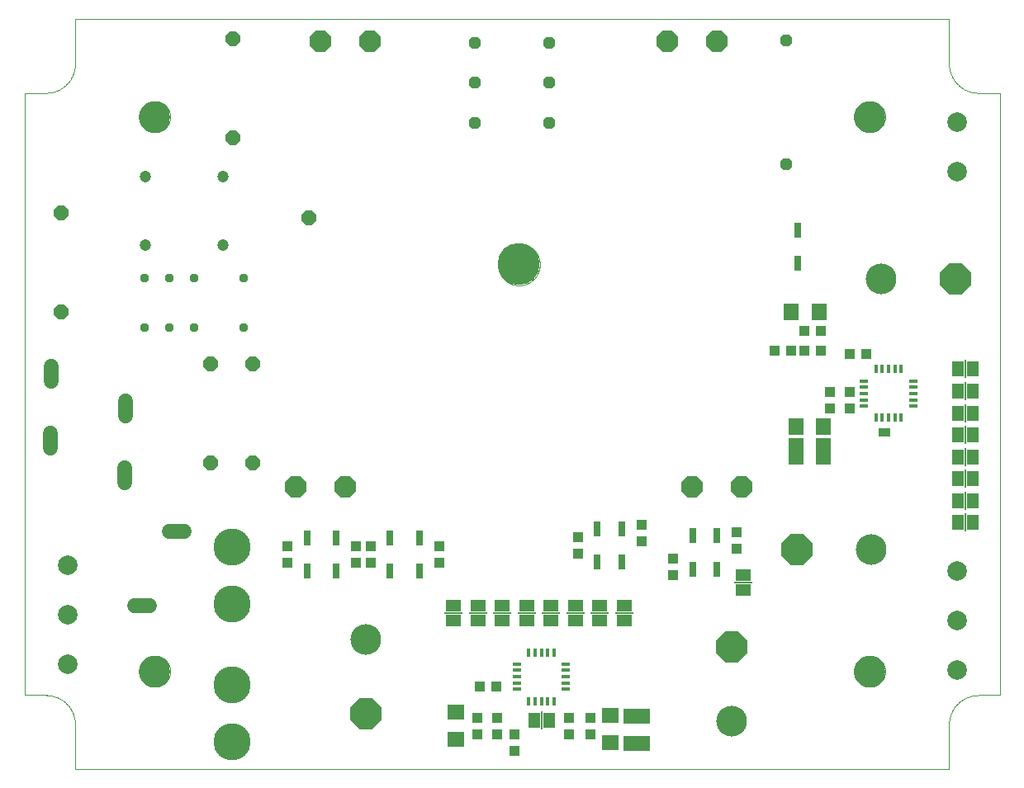
<source format=gts>
G75*
%MOIN*%
%OFA0B0*%
%FSLAX25Y25*%
%IPPOS*%
%LPD*%
%AMOC8*
5,1,8,0,0,1.08239X$1,22.5*
%
%ADD10C,0.00000*%
%ADD11R,0.04724X0.03543*%
%ADD12C,0.12598*%
%ADD13C,0.15000*%
%ADD14C,0.06000*%
%ADD15OC8,0.08600*%
%ADD16C,0.16929*%
%ADD17OC8,0.12400*%
%ADD18C,0.12400*%
%ADD19R,0.03937X0.04331*%
%ADD20R,0.04331X0.03937*%
%ADD21R,0.07087X0.06299*%
%ADD22C,0.07874*%
%ADD23OC8,0.06000*%
%ADD24C,0.04724*%
%ADD25R,0.03346X0.01575*%
%ADD26R,0.01575X0.03346*%
%ADD27R,0.06300X0.04600*%
%ADD28R,0.07200X0.00600*%
%ADD29R,0.04600X0.06300*%
%ADD30R,0.00600X0.07200*%
%ADD31R,0.06299X0.07087*%
%ADD32R,0.03150X0.06299*%
%ADD33OC8,0.04800*%
%ADD34R,0.10630X0.06299*%
%ADD35R,0.06299X0.10630*%
%ADD36C,0.03740*%
%ADD37OC8,0.05906*%
D10*
X0022017Y0016053D02*
X0022017Y0034163D01*
X0022014Y0034448D01*
X0022003Y0034734D01*
X0021986Y0035019D01*
X0021962Y0035303D01*
X0021931Y0035587D01*
X0021893Y0035870D01*
X0021848Y0036151D01*
X0021797Y0036432D01*
X0021739Y0036712D01*
X0021674Y0036990D01*
X0021602Y0037266D01*
X0021524Y0037540D01*
X0021439Y0037813D01*
X0021347Y0038083D01*
X0021249Y0038351D01*
X0021145Y0038617D01*
X0021034Y0038880D01*
X0020917Y0039140D01*
X0020794Y0039398D01*
X0020664Y0039652D01*
X0020528Y0039903D01*
X0020387Y0040151D01*
X0020239Y0040395D01*
X0020086Y0040636D01*
X0019926Y0040872D01*
X0019761Y0041105D01*
X0019591Y0041334D01*
X0019415Y0041559D01*
X0019233Y0041779D01*
X0019047Y0041995D01*
X0018855Y0042206D01*
X0018658Y0042413D01*
X0018456Y0042615D01*
X0018249Y0042812D01*
X0018038Y0043004D01*
X0017822Y0043190D01*
X0017602Y0043372D01*
X0017377Y0043548D01*
X0017148Y0043718D01*
X0016915Y0043883D01*
X0016679Y0044043D01*
X0016438Y0044196D01*
X0016194Y0044344D01*
X0015946Y0044485D01*
X0015695Y0044621D01*
X0015441Y0044751D01*
X0015183Y0044874D01*
X0014923Y0044991D01*
X0014660Y0045102D01*
X0014394Y0045206D01*
X0014126Y0045304D01*
X0013856Y0045396D01*
X0013583Y0045481D01*
X0013309Y0045559D01*
X0013033Y0045631D01*
X0012755Y0045696D01*
X0012475Y0045754D01*
X0012194Y0045805D01*
X0011913Y0045850D01*
X0011630Y0045888D01*
X0011346Y0045919D01*
X0011062Y0045943D01*
X0010777Y0045960D01*
X0010491Y0045971D01*
X0010206Y0045974D01*
X0010206Y0045975D02*
X0001545Y0045975D01*
X0001545Y0289282D01*
X0010206Y0289282D01*
X0010491Y0289285D01*
X0010777Y0289296D01*
X0011062Y0289313D01*
X0011346Y0289337D01*
X0011630Y0289368D01*
X0011913Y0289406D01*
X0012194Y0289451D01*
X0012475Y0289502D01*
X0012755Y0289560D01*
X0013033Y0289625D01*
X0013309Y0289697D01*
X0013583Y0289775D01*
X0013856Y0289860D01*
X0014126Y0289952D01*
X0014394Y0290050D01*
X0014660Y0290154D01*
X0014923Y0290265D01*
X0015183Y0290382D01*
X0015441Y0290505D01*
X0015695Y0290635D01*
X0015946Y0290771D01*
X0016194Y0290912D01*
X0016438Y0291060D01*
X0016679Y0291213D01*
X0016915Y0291373D01*
X0017148Y0291538D01*
X0017377Y0291708D01*
X0017602Y0291884D01*
X0017822Y0292066D01*
X0018038Y0292252D01*
X0018249Y0292444D01*
X0018456Y0292641D01*
X0018658Y0292843D01*
X0018855Y0293050D01*
X0019047Y0293261D01*
X0019233Y0293477D01*
X0019415Y0293697D01*
X0019591Y0293922D01*
X0019761Y0294151D01*
X0019926Y0294384D01*
X0020086Y0294620D01*
X0020239Y0294861D01*
X0020387Y0295105D01*
X0020528Y0295353D01*
X0020664Y0295604D01*
X0020794Y0295858D01*
X0020917Y0296116D01*
X0021034Y0296376D01*
X0021145Y0296639D01*
X0021249Y0296905D01*
X0021347Y0297173D01*
X0021439Y0297443D01*
X0021524Y0297716D01*
X0021602Y0297990D01*
X0021674Y0298266D01*
X0021739Y0298544D01*
X0021797Y0298824D01*
X0021848Y0299105D01*
X0021893Y0299386D01*
X0021931Y0299669D01*
X0021962Y0299953D01*
X0021986Y0300237D01*
X0022003Y0300522D01*
X0022014Y0300808D01*
X0022017Y0301093D01*
X0022017Y0319203D01*
X0374773Y0319203D01*
X0374773Y0301093D01*
X0374776Y0300808D01*
X0374787Y0300522D01*
X0374804Y0300237D01*
X0374828Y0299953D01*
X0374859Y0299669D01*
X0374897Y0299386D01*
X0374942Y0299105D01*
X0374993Y0298824D01*
X0375051Y0298544D01*
X0375116Y0298266D01*
X0375188Y0297990D01*
X0375266Y0297716D01*
X0375351Y0297443D01*
X0375443Y0297173D01*
X0375541Y0296905D01*
X0375645Y0296639D01*
X0375756Y0296376D01*
X0375873Y0296116D01*
X0375996Y0295858D01*
X0376126Y0295604D01*
X0376262Y0295353D01*
X0376403Y0295105D01*
X0376551Y0294861D01*
X0376704Y0294620D01*
X0376864Y0294384D01*
X0377029Y0294151D01*
X0377199Y0293922D01*
X0377375Y0293697D01*
X0377557Y0293477D01*
X0377743Y0293261D01*
X0377935Y0293050D01*
X0378132Y0292843D01*
X0378334Y0292641D01*
X0378541Y0292444D01*
X0378752Y0292252D01*
X0378968Y0292066D01*
X0379188Y0291884D01*
X0379413Y0291708D01*
X0379642Y0291538D01*
X0379875Y0291373D01*
X0380111Y0291213D01*
X0380352Y0291060D01*
X0380596Y0290912D01*
X0380844Y0290771D01*
X0381095Y0290635D01*
X0381349Y0290505D01*
X0381607Y0290382D01*
X0381867Y0290265D01*
X0382130Y0290154D01*
X0382396Y0290050D01*
X0382664Y0289952D01*
X0382934Y0289860D01*
X0383207Y0289775D01*
X0383481Y0289697D01*
X0383757Y0289625D01*
X0384035Y0289560D01*
X0384315Y0289502D01*
X0384596Y0289451D01*
X0384877Y0289406D01*
X0385160Y0289368D01*
X0385444Y0289337D01*
X0385728Y0289313D01*
X0386013Y0289296D01*
X0386299Y0289285D01*
X0386584Y0289282D01*
X0395245Y0289282D01*
X0395245Y0045975D01*
X0386584Y0045975D01*
X0386584Y0045974D02*
X0386299Y0045971D01*
X0386013Y0045960D01*
X0385728Y0045943D01*
X0385444Y0045919D01*
X0385160Y0045888D01*
X0384877Y0045850D01*
X0384596Y0045805D01*
X0384315Y0045754D01*
X0384035Y0045696D01*
X0383757Y0045631D01*
X0383481Y0045559D01*
X0383207Y0045481D01*
X0382934Y0045396D01*
X0382664Y0045304D01*
X0382396Y0045206D01*
X0382130Y0045102D01*
X0381867Y0044991D01*
X0381607Y0044874D01*
X0381349Y0044751D01*
X0381095Y0044621D01*
X0380844Y0044485D01*
X0380596Y0044344D01*
X0380352Y0044196D01*
X0380111Y0044043D01*
X0379875Y0043883D01*
X0379642Y0043718D01*
X0379413Y0043548D01*
X0379188Y0043372D01*
X0378968Y0043190D01*
X0378752Y0043004D01*
X0378541Y0042812D01*
X0378334Y0042615D01*
X0378132Y0042413D01*
X0377935Y0042206D01*
X0377743Y0041995D01*
X0377557Y0041779D01*
X0377375Y0041559D01*
X0377199Y0041334D01*
X0377029Y0041105D01*
X0376864Y0040872D01*
X0376704Y0040636D01*
X0376551Y0040395D01*
X0376403Y0040151D01*
X0376262Y0039903D01*
X0376126Y0039652D01*
X0375996Y0039398D01*
X0375873Y0039140D01*
X0375756Y0038880D01*
X0375645Y0038617D01*
X0375541Y0038351D01*
X0375443Y0038083D01*
X0375351Y0037813D01*
X0375266Y0037540D01*
X0375188Y0037266D01*
X0375116Y0036990D01*
X0375051Y0036712D01*
X0374993Y0036432D01*
X0374942Y0036151D01*
X0374897Y0035870D01*
X0374859Y0035587D01*
X0374828Y0035303D01*
X0374804Y0035019D01*
X0374787Y0034734D01*
X0374776Y0034448D01*
X0374773Y0034163D01*
X0374773Y0016053D01*
X0022017Y0016053D01*
X0010600Y0045975D02*
X0010206Y0045975D01*
X0047805Y0055620D02*
X0047807Y0055778D01*
X0047813Y0055936D01*
X0047823Y0056094D01*
X0047837Y0056252D01*
X0047855Y0056409D01*
X0047876Y0056566D01*
X0047902Y0056722D01*
X0047932Y0056878D01*
X0047965Y0057033D01*
X0048003Y0057186D01*
X0048044Y0057339D01*
X0048089Y0057491D01*
X0048138Y0057642D01*
X0048191Y0057791D01*
X0048247Y0057939D01*
X0048307Y0058085D01*
X0048371Y0058230D01*
X0048439Y0058373D01*
X0048510Y0058515D01*
X0048584Y0058655D01*
X0048662Y0058792D01*
X0048744Y0058928D01*
X0048828Y0059062D01*
X0048917Y0059193D01*
X0049008Y0059322D01*
X0049103Y0059449D01*
X0049200Y0059574D01*
X0049301Y0059696D01*
X0049405Y0059815D01*
X0049512Y0059932D01*
X0049622Y0060046D01*
X0049735Y0060157D01*
X0049850Y0060266D01*
X0049968Y0060371D01*
X0050089Y0060473D01*
X0050212Y0060573D01*
X0050338Y0060669D01*
X0050466Y0060762D01*
X0050596Y0060852D01*
X0050729Y0060938D01*
X0050864Y0061022D01*
X0051000Y0061101D01*
X0051139Y0061178D01*
X0051280Y0061250D01*
X0051422Y0061320D01*
X0051566Y0061385D01*
X0051712Y0061447D01*
X0051859Y0061505D01*
X0052008Y0061560D01*
X0052158Y0061611D01*
X0052309Y0061658D01*
X0052461Y0061701D01*
X0052614Y0061740D01*
X0052769Y0061776D01*
X0052924Y0061807D01*
X0053080Y0061835D01*
X0053236Y0061859D01*
X0053393Y0061879D01*
X0053551Y0061895D01*
X0053708Y0061907D01*
X0053867Y0061915D01*
X0054025Y0061919D01*
X0054183Y0061919D01*
X0054341Y0061915D01*
X0054500Y0061907D01*
X0054657Y0061895D01*
X0054815Y0061879D01*
X0054972Y0061859D01*
X0055128Y0061835D01*
X0055284Y0061807D01*
X0055439Y0061776D01*
X0055594Y0061740D01*
X0055747Y0061701D01*
X0055899Y0061658D01*
X0056050Y0061611D01*
X0056200Y0061560D01*
X0056349Y0061505D01*
X0056496Y0061447D01*
X0056642Y0061385D01*
X0056786Y0061320D01*
X0056928Y0061250D01*
X0057069Y0061178D01*
X0057208Y0061101D01*
X0057344Y0061022D01*
X0057479Y0060938D01*
X0057612Y0060852D01*
X0057742Y0060762D01*
X0057870Y0060669D01*
X0057996Y0060573D01*
X0058119Y0060473D01*
X0058240Y0060371D01*
X0058358Y0060266D01*
X0058473Y0060157D01*
X0058586Y0060046D01*
X0058696Y0059932D01*
X0058803Y0059815D01*
X0058907Y0059696D01*
X0059008Y0059574D01*
X0059105Y0059449D01*
X0059200Y0059322D01*
X0059291Y0059193D01*
X0059380Y0059062D01*
X0059464Y0058928D01*
X0059546Y0058792D01*
X0059624Y0058655D01*
X0059698Y0058515D01*
X0059769Y0058373D01*
X0059837Y0058230D01*
X0059901Y0058085D01*
X0059961Y0057939D01*
X0060017Y0057791D01*
X0060070Y0057642D01*
X0060119Y0057491D01*
X0060164Y0057339D01*
X0060205Y0057186D01*
X0060243Y0057033D01*
X0060276Y0056878D01*
X0060306Y0056722D01*
X0060332Y0056566D01*
X0060353Y0056409D01*
X0060371Y0056252D01*
X0060385Y0056094D01*
X0060395Y0055936D01*
X0060401Y0055778D01*
X0060403Y0055620D01*
X0060401Y0055462D01*
X0060395Y0055304D01*
X0060385Y0055146D01*
X0060371Y0054988D01*
X0060353Y0054831D01*
X0060332Y0054674D01*
X0060306Y0054518D01*
X0060276Y0054362D01*
X0060243Y0054207D01*
X0060205Y0054054D01*
X0060164Y0053901D01*
X0060119Y0053749D01*
X0060070Y0053598D01*
X0060017Y0053449D01*
X0059961Y0053301D01*
X0059901Y0053155D01*
X0059837Y0053010D01*
X0059769Y0052867D01*
X0059698Y0052725D01*
X0059624Y0052585D01*
X0059546Y0052448D01*
X0059464Y0052312D01*
X0059380Y0052178D01*
X0059291Y0052047D01*
X0059200Y0051918D01*
X0059105Y0051791D01*
X0059008Y0051666D01*
X0058907Y0051544D01*
X0058803Y0051425D01*
X0058696Y0051308D01*
X0058586Y0051194D01*
X0058473Y0051083D01*
X0058358Y0050974D01*
X0058240Y0050869D01*
X0058119Y0050767D01*
X0057996Y0050667D01*
X0057870Y0050571D01*
X0057742Y0050478D01*
X0057612Y0050388D01*
X0057479Y0050302D01*
X0057344Y0050218D01*
X0057208Y0050139D01*
X0057069Y0050062D01*
X0056928Y0049990D01*
X0056786Y0049920D01*
X0056642Y0049855D01*
X0056496Y0049793D01*
X0056349Y0049735D01*
X0056200Y0049680D01*
X0056050Y0049629D01*
X0055899Y0049582D01*
X0055747Y0049539D01*
X0055594Y0049500D01*
X0055439Y0049464D01*
X0055284Y0049433D01*
X0055128Y0049405D01*
X0054972Y0049381D01*
X0054815Y0049361D01*
X0054657Y0049345D01*
X0054500Y0049333D01*
X0054341Y0049325D01*
X0054183Y0049321D01*
X0054025Y0049321D01*
X0053867Y0049325D01*
X0053708Y0049333D01*
X0053551Y0049345D01*
X0053393Y0049361D01*
X0053236Y0049381D01*
X0053080Y0049405D01*
X0052924Y0049433D01*
X0052769Y0049464D01*
X0052614Y0049500D01*
X0052461Y0049539D01*
X0052309Y0049582D01*
X0052158Y0049629D01*
X0052008Y0049680D01*
X0051859Y0049735D01*
X0051712Y0049793D01*
X0051566Y0049855D01*
X0051422Y0049920D01*
X0051280Y0049990D01*
X0051139Y0050062D01*
X0051000Y0050139D01*
X0050864Y0050218D01*
X0050729Y0050302D01*
X0050596Y0050388D01*
X0050466Y0050478D01*
X0050338Y0050571D01*
X0050212Y0050667D01*
X0050089Y0050767D01*
X0049968Y0050869D01*
X0049850Y0050974D01*
X0049735Y0051083D01*
X0049622Y0051194D01*
X0049512Y0051308D01*
X0049405Y0051425D01*
X0049301Y0051544D01*
X0049200Y0051666D01*
X0049103Y0051791D01*
X0049008Y0051918D01*
X0048917Y0052047D01*
X0048828Y0052178D01*
X0048744Y0052312D01*
X0048662Y0052448D01*
X0048584Y0052585D01*
X0048510Y0052725D01*
X0048439Y0052867D01*
X0048371Y0053010D01*
X0048307Y0053155D01*
X0048247Y0053301D01*
X0048191Y0053449D01*
X0048138Y0053598D01*
X0048089Y0053749D01*
X0048044Y0053901D01*
X0048003Y0054054D01*
X0047965Y0054207D01*
X0047932Y0054362D01*
X0047902Y0054518D01*
X0047876Y0054674D01*
X0047855Y0054831D01*
X0047837Y0054988D01*
X0047823Y0055146D01*
X0047813Y0055304D01*
X0047807Y0055462D01*
X0047805Y0055620D01*
X0192686Y0219990D02*
X0192689Y0220198D01*
X0192696Y0220405D01*
X0192709Y0220613D01*
X0192727Y0220820D01*
X0192750Y0221026D01*
X0192778Y0221232D01*
X0192811Y0221437D01*
X0192849Y0221641D01*
X0192892Y0221845D01*
X0192940Y0222047D01*
X0192993Y0222248D01*
X0193051Y0222447D01*
X0193113Y0222645D01*
X0193181Y0222842D01*
X0193253Y0223037D01*
X0193330Y0223229D01*
X0193412Y0223420D01*
X0193499Y0223609D01*
X0193590Y0223796D01*
X0193686Y0223980D01*
X0193786Y0224162D01*
X0193890Y0224342D01*
X0193999Y0224519D01*
X0194113Y0224693D01*
X0194230Y0224864D01*
X0194352Y0225033D01*
X0194478Y0225198D01*
X0194607Y0225360D01*
X0194741Y0225519D01*
X0194879Y0225675D01*
X0195020Y0225827D01*
X0195165Y0225976D01*
X0195314Y0226121D01*
X0195466Y0226262D01*
X0195622Y0226400D01*
X0195781Y0226534D01*
X0195943Y0226663D01*
X0196108Y0226789D01*
X0196277Y0226911D01*
X0196448Y0227028D01*
X0196622Y0227142D01*
X0196799Y0227251D01*
X0196979Y0227355D01*
X0197161Y0227455D01*
X0197345Y0227551D01*
X0197532Y0227642D01*
X0197721Y0227729D01*
X0197912Y0227811D01*
X0198104Y0227888D01*
X0198299Y0227960D01*
X0198496Y0228028D01*
X0198694Y0228090D01*
X0198893Y0228148D01*
X0199094Y0228201D01*
X0199296Y0228249D01*
X0199500Y0228292D01*
X0199704Y0228330D01*
X0199909Y0228363D01*
X0200115Y0228391D01*
X0200321Y0228414D01*
X0200528Y0228432D01*
X0200736Y0228445D01*
X0200943Y0228452D01*
X0201151Y0228455D01*
X0201359Y0228452D01*
X0201566Y0228445D01*
X0201774Y0228432D01*
X0201981Y0228414D01*
X0202187Y0228391D01*
X0202393Y0228363D01*
X0202598Y0228330D01*
X0202802Y0228292D01*
X0203006Y0228249D01*
X0203208Y0228201D01*
X0203409Y0228148D01*
X0203608Y0228090D01*
X0203806Y0228028D01*
X0204003Y0227960D01*
X0204198Y0227888D01*
X0204390Y0227811D01*
X0204581Y0227729D01*
X0204770Y0227642D01*
X0204957Y0227551D01*
X0205141Y0227455D01*
X0205323Y0227355D01*
X0205503Y0227251D01*
X0205680Y0227142D01*
X0205854Y0227028D01*
X0206025Y0226911D01*
X0206194Y0226789D01*
X0206359Y0226663D01*
X0206521Y0226534D01*
X0206680Y0226400D01*
X0206836Y0226262D01*
X0206988Y0226121D01*
X0207137Y0225976D01*
X0207282Y0225827D01*
X0207423Y0225675D01*
X0207561Y0225519D01*
X0207695Y0225360D01*
X0207824Y0225198D01*
X0207950Y0225033D01*
X0208072Y0224864D01*
X0208189Y0224693D01*
X0208303Y0224519D01*
X0208412Y0224342D01*
X0208516Y0224162D01*
X0208616Y0223980D01*
X0208712Y0223796D01*
X0208803Y0223609D01*
X0208890Y0223420D01*
X0208972Y0223229D01*
X0209049Y0223037D01*
X0209121Y0222842D01*
X0209189Y0222645D01*
X0209251Y0222447D01*
X0209309Y0222248D01*
X0209362Y0222047D01*
X0209410Y0221845D01*
X0209453Y0221641D01*
X0209491Y0221437D01*
X0209524Y0221232D01*
X0209552Y0221026D01*
X0209575Y0220820D01*
X0209593Y0220613D01*
X0209606Y0220405D01*
X0209613Y0220198D01*
X0209616Y0219990D01*
X0209613Y0219782D01*
X0209606Y0219575D01*
X0209593Y0219367D01*
X0209575Y0219160D01*
X0209552Y0218954D01*
X0209524Y0218748D01*
X0209491Y0218543D01*
X0209453Y0218339D01*
X0209410Y0218135D01*
X0209362Y0217933D01*
X0209309Y0217732D01*
X0209251Y0217533D01*
X0209189Y0217335D01*
X0209121Y0217138D01*
X0209049Y0216943D01*
X0208972Y0216751D01*
X0208890Y0216560D01*
X0208803Y0216371D01*
X0208712Y0216184D01*
X0208616Y0216000D01*
X0208516Y0215818D01*
X0208412Y0215638D01*
X0208303Y0215461D01*
X0208189Y0215287D01*
X0208072Y0215116D01*
X0207950Y0214947D01*
X0207824Y0214782D01*
X0207695Y0214620D01*
X0207561Y0214461D01*
X0207423Y0214305D01*
X0207282Y0214153D01*
X0207137Y0214004D01*
X0206988Y0213859D01*
X0206836Y0213718D01*
X0206680Y0213580D01*
X0206521Y0213446D01*
X0206359Y0213317D01*
X0206194Y0213191D01*
X0206025Y0213069D01*
X0205854Y0212952D01*
X0205680Y0212838D01*
X0205503Y0212729D01*
X0205323Y0212625D01*
X0205141Y0212525D01*
X0204957Y0212429D01*
X0204770Y0212338D01*
X0204581Y0212251D01*
X0204390Y0212169D01*
X0204198Y0212092D01*
X0204003Y0212020D01*
X0203806Y0211952D01*
X0203608Y0211890D01*
X0203409Y0211832D01*
X0203208Y0211779D01*
X0203006Y0211731D01*
X0202802Y0211688D01*
X0202598Y0211650D01*
X0202393Y0211617D01*
X0202187Y0211589D01*
X0201981Y0211566D01*
X0201774Y0211548D01*
X0201566Y0211535D01*
X0201359Y0211528D01*
X0201151Y0211525D01*
X0200943Y0211528D01*
X0200736Y0211535D01*
X0200528Y0211548D01*
X0200321Y0211566D01*
X0200115Y0211589D01*
X0199909Y0211617D01*
X0199704Y0211650D01*
X0199500Y0211688D01*
X0199296Y0211731D01*
X0199094Y0211779D01*
X0198893Y0211832D01*
X0198694Y0211890D01*
X0198496Y0211952D01*
X0198299Y0212020D01*
X0198104Y0212092D01*
X0197912Y0212169D01*
X0197721Y0212251D01*
X0197532Y0212338D01*
X0197345Y0212429D01*
X0197161Y0212525D01*
X0196979Y0212625D01*
X0196799Y0212729D01*
X0196622Y0212838D01*
X0196448Y0212952D01*
X0196277Y0213069D01*
X0196108Y0213191D01*
X0195943Y0213317D01*
X0195781Y0213446D01*
X0195622Y0213580D01*
X0195466Y0213718D01*
X0195314Y0213859D01*
X0195165Y0214004D01*
X0195020Y0214153D01*
X0194879Y0214305D01*
X0194741Y0214461D01*
X0194607Y0214620D01*
X0194478Y0214782D01*
X0194352Y0214947D01*
X0194230Y0215116D01*
X0194113Y0215287D01*
X0193999Y0215461D01*
X0193890Y0215638D01*
X0193786Y0215818D01*
X0193686Y0216000D01*
X0193590Y0216184D01*
X0193499Y0216371D01*
X0193412Y0216560D01*
X0193330Y0216751D01*
X0193253Y0216943D01*
X0193181Y0217138D01*
X0193113Y0217335D01*
X0193051Y0217533D01*
X0192993Y0217732D01*
X0192940Y0217933D01*
X0192892Y0218135D01*
X0192849Y0218339D01*
X0192811Y0218543D01*
X0192778Y0218748D01*
X0192750Y0218954D01*
X0192727Y0219160D01*
X0192709Y0219367D01*
X0192696Y0219575D01*
X0192689Y0219782D01*
X0192686Y0219990D01*
X0047805Y0279636D02*
X0047807Y0279794D01*
X0047813Y0279952D01*
X0047823Y0280110D01*
X0047837Y0280268D01*
X0047855Y0280425D01*
X0047876Y0280582D01*
X0047902Y0280738D01*
X0047932Y0280894D01*
X0047965Y0281049D01*
X0048003Y0281202D01*
X0048044Y0281355D01*
X0048089Y0281507D01*
X0048138Y0281658D01*
X0048191Y0281807D01*
X0048247Y0281955D01*
X0048307Y0282101D01*
X0048371Y0282246D01*
X0048439Y0282389D01*
X0048510Y0282531D01*
X0048584Y0282671D01*
X0048662Y0282808D01*
X0048744Y0282944D01*
X0048828Y0283078D01*
X0048917Y0283209D01*
X0049008Y0283338D01*
X0049103Y0283465D01*
X0049200Y0283590D01*
X0049301Y0283712D01*
X0049405Y0283831D01*
X0049512Y0283948D01*
X0049622Y0284062D01*
X0049735Y0284173D01*
X0049850Y0284282D01*
X0049968Y0284387D01*
X0050089Y0284489D01*
X0050212Y0284589D01*
X0050338Y0284685D01*
X0050466Y0284778D01*
X0050596Y0284868D01*
X0050729Y0284954D01*
X0050864Y0285038D01*
X0051000Y0285117D01*
X0051139Y0285194D01*
X0051280Y0285266D01*
X0051422Y0285336D01*
X0051566Y0285401D01*
X0051712Y0285463D01*
X0051859Y0285521D01*
X0052008Y0285576D01*
X0052158Y0285627D01*
X0052309Y0285674D01*
X0052461Y0285717D01*
X0052614Y0285756D01*
X0052769Y0285792D01*
X0052924Y0285823D01*
X0053080Y0285851D01*
X0053236Y0285875D01*
X0053393Y0285895D01*
X0053551Y0285911D01*
X0053708Y0285923D01*
X0053867Y0285931D01*
X0054025Y0285935D01*
X0054183Y0285935D01*
X0054341Y0285931D01*
X0054500Y0285923D01*
X0054657Y0285911D01*
X0054815Y0285895D01*
X0054972Y0285875D01*
X0055128Y0285851D01*
X0055284Y0285823D01*
X0055439Y0285792D01*
X0055594Y0285756D01*
X0055747Y0285717D01*
X0055899Y0285674D01*
X0056050Y0285627D01*
X0056200Y0285576D01*
X0056349Y0285521D01*
X0056496Y0285463D01*
X0056642Y0285401D01*
X0056786Y0285336D01*
X0056928Y0285266D01*
X0057069Y0285194D01*
X0057208Y0285117D01*
X0057344Y0285038D01*
X0057479Y0284954D01*
X0057612Y0284868D01*
X0057742Y0284778D01*
X0057870Y0284685D01*
X0057996Y0284589D01*
X0058119Y0284489D01*
X0058240Y0284387D01*
X0058358Y0284282D01*
X0058473Y0284173D01*
X0058586Y0284062D01*
X0058696Y0283948D01*
X0058803Y0283831D01*
X0058907Y0283712D01*
X0059008Y0283590D01*
X0059105Y0283465D01*
X0059200Y0283338D01*
X0059291Y0283209D01*
X0059380Y0283078D01*
X0059464Y0282944D01*
X0059546Y0282808D01*
X0059624Y0282671D01*
X0059698Y0282531D01*
X0059769Y0282389D01*
X0059837Y0282246D01*
X0059901Y0282101D01*
X0059961Y0281955D01*
X0060017Y0281807D01*
X0060070Y0281658D01*
X0060119Y0281507D01*
X0060164Y0281355D01*
X0060205Y0281202D01*
X0060243Y0281049D01*
X0060276Y0280894D01*
X0060306Y0280738D01*
X0060332Y0280582D01*
X0060353Y0280425D01*
X0060371Y0280268D01*
X0060385Y0280110D01*
X0060395Y0279952D01*
X0060401Y0279794D01*
X0060403Y0279636D01*
X0060401Y0279478D01*
X0060395Y0279320D01*
X0060385Y0279162D01*
X0060371Y0279004D01*
X0060353Y0278847D01*
X0060332Y0278690D01*
X0060306Y0278534D01*
X0060276Y0278378D01*
X0060243Y0278223D01*
X0060205Y0278070D01*
X0060164Y0277917D01*
X0060119Y0277765D01*
X0060070Y0277614D01*
X0060017Y0277465D01*
X0059961Y0277317D01*
X0059901Y0277171D01*
X0059837Y0277026D01*
X0059769Y0276883D01*
X0059698Y0276741D01*
X0059624Y0276601D01*
X0059546Y0276464D01*
X0059464Y0276328D01*
X0059380Y0276194D01*
X0059291Y0276063D01*
X0059200Y0275934D01*
X0059105Y0275807D01*
X0059008Y0275682D01*
X0058907Y0275560D01*
X0058803Y0275441D01*
X0058696Y0275324D01*
X0058586Y0275210D01*
X0058473Y0275099D01*
X0058358Y0274990D01*
X0058240Y0274885D01*
X0058119Y0274783D01*
X0057996Y0274683D01*
X0057870Y0274587D01*
X0057742Y0274494D01*
X0057612Y0274404D01*
X0057479Y0274318D01*
X0057344Y0274234D01*
X0057208Y0274155D01*
X0057069Y0274078D01*
X0056928Y0274006D01*
X0056786Y0273936D01*
X0056642Y0273871D01*
X0056496Y0273809D01*
X0056349Y0273751D01*
X0056200Y0273696D01*
X0056050Y0273645D01*
X0055899Y0273598D01*
X0055747Y0273555D01*
X0055594Y0273516D01*
X0055439Y0273480D01*
X0055284Y0273449D01*
X0055128Y0273421D01*
X0054972Y0273397D01*
X0054815Y0273377D01*
X0054657Y0273361D01*
X0054500Y0273349D01*
X0054341Y0273341D01*
X0054183Y0273337D01*
X0054025Y0273337D01*
X0053867Y0273341D01*
X0053708Y0273349D01*
X0053551Y0273361D01*
X0053393Y0273377D01*
X0053236Y0273397D01*
X0053080Y0273421D01*
X0052924Y0273449D01*
X0052769Y0273480D01*
X0052614Y0273516D01*
X0052461Y0273555D01*
X0052309Y0273598D01*
X0052158Y0273645D01*
X0052008Y0273696D01*
X0051859Y0273751D01*
X0051712Y0273809D01*
X0051566Y0273871D01*
X0051422Y0273936D01*
X0051280Y0274006D01*
X0051139Y0274078D01*
X0051000Y0274155D01*
X0050864Y0274234D01*
X0050729Y0274318D01*
X0050596Y0274404D01*
X0050466Y0274494D01*
X0050338Y0274587D01*
X0050212Y0274683D01*
X0050089Y0274783D01*
X0049968Y0274885D01*
X0049850Y0274990D01*
X0049735Y0275099D01*
X0049622Y0275210D01*
X0049512Y0275324D01*
X0049405Y0275441D01*
X0049301Y0275560D01*
X0049200Y0275682D01*
X0049103Y0275807D01*
X0049008Y0275934D01*
X0048917Y0276063D01*
X0048828Y0276194D01*
X0048744Y0276328D01*
X0048662Y0276464D01*
X0048584Y0276601D01*
X0048510Y0276741D01*
X0048439Y0276883D01*
X0048371Y0277026D01*
X0048307Y0277171D01*
X0048247Y0277317D01*
X0048191Y0277465D01*
X0048138Y0277614D01*
X0048089Y0277765D01*
X0048044Y0277917D01*
X0048003Y0278070D01*
X0047965Y0278223D01*
X0047932Y0278378D01*
X0047902Y0278534D01*
X0047876Y0278690D01*
X0047855Y0278847D01*
X0047837Y0279004D01*
X0047823Y0279162D01*
X0047813Y0279320D01*
X0047807Y0279478D01*
X0047805Y0279636D01*
X0336387Y0279636D02*
X0336389Y0279794D01*
X0336395Y0279952D01*
X0336405Y0280110D01*
X0336419Y0280268D01*
X0336437Y0280425D01*
X0336458Y0280582D01*
X0336484Y0280738D01*
X0336514Y0280894D01*
X0336547Y0281049D01*
X0336585Y0281202D01*
X0336626Y0281355D01*
X0336671Y0281507D01*
X0336720Y0281658D01*
X0336773Y0281807D01*
X0336829Y0281955D01*
X0336889Y0282101D01*
X0336953Y0282246D01*
X0337021Y0282389D01*
X0337092Y0282531D01*
X0337166Y0282671D01*
X0337244Y0282808D01*
X0337326Y0282944D01*
X0337410Y0283078D01*
X0337499Y0283209D01*
X0337590Y0283338D01*
X0337685Y0283465D01*
X0337782Y0283590D01*
X0337883Y0283712D01*
X0337987Y0283831D01*
X0338094Y0283948D01*
X0338204Y0284062D01*
X0338317Y0284173D01*
X0338432Y0284282D01*
X0338550Y0284387D01*
X0338671Y0284489D01*
X0338794Y0284589D01*
X0338920Y0284685D01*
X0339048Y0284778D01*
X0339178Y0284868D01*
X0339311Y0284954D01*
X0339446Y0285038D01*
X0339582Y0285117D01*
X0339721Y0285194D01*
X0339862Y0285266D01*
X0340004Y0285336D01*
X0340148Y0285401D01*
X0340294Y0285463D01*
X0340441Y0285521D01*
X0340590Y0285576D01*
X0340740Y0285627D01*
X0340891Y0285674D01*
X0341043Y0285717D01*
X0341196Y0285756D01*
X0341351Y0285792D01*
X0341506Y0285823D01*
X0341662Y0285851D01*
X0341818Y0285875D01*
X0341975Y0285895D01*
X0342133Y0285911D01*
X0342290Y0285923D01*
X0342449Y0285931D01*
X0342607Y0285935D01*
X0342765Y0285935D01*
X0342923Y0285931D01*
X0343082Y0285923D01*
X0343239Y0285911D01*
X0343397Y0285895D01*
X0343554Y0285875D01*
X0343710Y0285851D01*
X0343866Y0285823D01*
X0344021Y0285792D01*
X0344176Y0285756D01*
X0344329Y0285717D01*
X0344481Y0285674D01*
X0344632Y0285627D01*
X0344782Y0285576D01*
X0344931Y0285521D01*
X0345078Y0285463D01*
X0345224Y0285401D01*
X0345368Y0285336D01*
X0345510Y0285266D01*
X0345651Y0285194D01*
X0345790Y0285117D01*
X0345926Y0285038D01*
X0346061Y0284954D01*
X0346194Y0284868D01*
X0346324Y0284778D01*
X0346452Y0284685D01*
X0346578Y0284589D01*
X0346701Y0284489D01*
X0346822Y0284387D01*
X0346940Y0284282D01*
X0347055Y0284173D01*
X0347168Y0284062D01*
X0347278Y0283948D01*
X0347385Y0283831D01*
X0347489Y0283712D01*
X0347590Y0283590D01*
X0347687Y0283465D01*
X0347782Y0283338D01*
X0347873Y0283209D01*
X0347962Y0283078D01*
X0348046Y0282944D01*
X0348128Y0282808D01*
X0348206Y0282671D01*
X0348280Y0282531D01*
X0348351Y0282389D01*
X0348419Y0282246D01*
X0348483Y0282101D01*
X0348543Y0281955D01*
X0348599Y0281807D01*
X0348652Y0281658D01*
X0348701Y0281507D01*
X0348746Y0281355D01*
X0348787Y0281202D01*
X0348825Y0281049D01*
X0348858Y0280894D01*
X0348888Y0280738D01*
X0348914Y0280582D01*
X0348935Y0280425D01*
X0348953Y0280268D01*
X0348967Y0280110D01*
X0348977Y0279952D01*
X0348983Y0279794D01*
X0348985Y0279636D01*
X0348983Y0279478D01*
X0348977Y0279320D01*
X0348967Y0279162D01*
X0348953Y0279004D01*
X0348935Y0278847D01*
X0348914Y0278690D01*
X0348888Y0278534D01*
X0348858Y0278378D01*
X0348825Y0278223D01*
X0348787Y0278070D01*
X0348746Y0277917D01*
X0348701Y0277765D01*
X0348652Y0277614D01*
X0348599Y0277465D01*
X0348543Y0277317D01*
X0348483Y0277171D01*
X0348419Y0277026D01*
X0348351Y0276883D01*
X0348280Y0276741D01*
X0348206Y0276601D01*
X0348128Y0276464D01*
X0348046Y0276328D01*
X0347962Y0276194D01*
X0347873Y0276063D01*
X0347782Y0275934D01*
X0347687Y0275807D01*
X0347590Y0275682D01*
X0347489Y0275560D01*
X0347385Y0275441D01*
X0347278Y0275324D01*
X0347168Y0275210D01*
X0347055Y0275099D01*
X0346940Y0274990D01*
X0346822Y0274885D01*
X0346701Y0274783D01*
X0346578Y0274683D01*
X0346452Y0274587D01*
X0346324Y0274494D01*
X0346194Y0274404D01*
X0346061Y0274318D01*
X0345926Y0274234D01*
X0345790Y0274155D01*
X0345651Y0274078D01*
X0345510Y0274006D01*
X0345368Y0273936D01*
X0345224Y0273871D01*
X0345078Y0273809D01*
X0344931Y0273751D01*
X0344782Y0273696D01*
X0344632Y0273645D01*
X0344481Y0273598D01*
X0344329Y0273555D01*
X0344176Y0273516D01*
X0344021Y0273480D01*
X0343866Y0273449D01*
X0343710Y0273421D01*
X0343554Y0273397D01*
X0343397Y0273377D01*
X0343239Y0273361D01*
X0343082Y0273349D01*
X0342923Y0273341D01*
X0342765Y0273337D01*
X0342607Y0273337D01*
X0342449Y0273341D01*
X0342290Y0273349D01*
X0342133Y0273361D01*
X0341975Y0273377D01*
X0341818Y0273397D01*
X0341662Y0273421D01*
X0341506Y0273449D01*
X0341351Y0273480D01*
X0341196Y0273516D01*
X0341043Y0273555D01*
X0340891Y0273598D01*
X0340740Y0273645D01*
X0340590Y0273696D01*
X0340441Y0273751D01*
X0340294Y0273809D01*
X0340148Y0273871D01*
X0340004Y0273936D01*
X0339862Y0274006D01*
X0339721Y0274078D01*
X0339582Y0274155D01*
X0339446Y0274234D01*
X0339311Y0274318D01*
X0339178Y0274404D01*
X0339048Y0274494D01*
X0338920Y0274587D01*
X0338794Y0274683D01*
X0338671Y0274783D01*
X0338550Y0274885D01*
X0338432Y0274990D01*
X0338317Y0275099D01*
X0338204Y0275210D01*
X0338094Y0275324D01*
X0337987Y0275441D01*
X0337883Y0275560D01*
X0337782Y0275682D01*
X0337685Y0275807D01*
X0337590Y0275934D01*
X0337499Y0276063D01*
X0337410Y0276194D01*
X0337326Y0276328D01*
X0337244Y0276464D01*
X0337166Y0276601D01*
X0337092Y0276741D01*
X0337021Y0276883D01*
X0336953Y0277026D01*
X0336889Y0277171D01*
X0336829Y0277317D01*
X0336773Y0277465D01*
X0336720Y0277614D01*
X0336671Y0277765D01*
X0336626Y0277917D01*
X0336585Y0278070D01*
X0336547Y0278223D01*
X0336514Y0278378D01*
X0336484Y0278534D01*
X0336458Y0278690D01*
X0336437Y0278847D01*
X0336419Y0279004D01*
X0336405Y0279162D01*
X0336395Y0279320D01*
X0336389Y0279478D01*
X0336387Y0279636D01*
X0336387Y0055620D02*
X0336389Y0055778D01*
X0336395Y0055936D01*
X0336405Y0056094D01*
X0336419Y0056252D01*
X0336437Y0056409D01*
X0336458Y0056566D01*
X0336484Y0056722D01*
X0336514Y0056878D01*
X0336547Y0057033D01*
X0336585Y0057186D01*
X0336626Y0057339D01*
X0336671Y0057491D01*
X0336720Y0057642D01*
X0336773Y0057791D01*
X0336829Y0057939D01*
X0336889Y0058085D01*
X0336953Y0058230D01*
X0337021Y0058373D01*
X0337092Y0058515D01*
X0337166Y0058655D01*
X0337244Y0058792D01*
X0337326Y0058928D01*
X0337410Y0059062D01*
X0337499Y0059193D01*
X0337590Y0059322D01*
X0337685Y0059449D01*
X0337782Y0059574D01*
X0337883Y0059696D01*
X0337987Y0059815D01*
X0338094Y0059932D01*
X0338204Y0060046D01*
X0338317Y0060157D01*
X0338432Y0060266D01*
X0338550Y0060371D01*
X0338671Y0060473D01*
X0338794Y0060573D01*
X0338920Y0060669D01*
X0339048Y0060762D01*
X0339178Y0060852D01*
X0339311Y0060938D01*
X0339446Y0061022D01*
X0339582Y0061101D01*
X0339721Y0061178D01*
X0339862Y0061250D01*
X0340004Y0061320D01*
X0340148Y0061385D01*
X0340294Y0061447D01*
X0340441Y0061505D01*
X0340590Y0061560D01*
X0340740Y0061611D01*
X0340891Y0061658D01*
X0341043Y0061701D01*
X0341196Y0061740D01*
X0341351Y0061776D01*
X0341506Y0061807D01*
X0341662Y0061835D01*
X0341818Y0061859D01*
X0341975Y0061879D01*
X0342133Y0061895D01*
X0342290Y0061907D01*
X0342449Y0061915D01*
X0342607Y0061919D01*
X0342765Y0061919D01*
X0342923Y0061915D01*
X0343082Y0061907D01*
X0343239Y0061895D01*
X0343397Y0061879D01*
X0343554Y0061859D01*
X0343710Y0061835D01*
X0343866Y0061807D01*
X0344021Y0061776D01*
X0344176Y0061740D01*
X0344329Y0061701D01*
X0344481Y0061658D01*
X0344632Y0061611D01*
X0344782Y0061560D01*
X0344931Y0061505D01*
X0345078Y0061447D01*
X0345224Y0061385D01*
X0345368Y0061320D01*
X0345510Y0061250D01*
X0345651Y0061178D01*
X0345790Y0061101D01*
X0345926Y0061022D01*
X0346061Y0060938D01*
X0346194Y0060852D01*
X0346324Y0060762D01*
X0346452Y0060669D01*
X0346578Y0060573D01*
X0346701Y0060473D01*
X0346822Y0060371D01*
X0346940Y0060266D01*
X0347055Y0060157D01*
X0347168Y0060046D01*
X0347278Y0059932D01*
X0347385Y0059815D01*
X0347489Y0059696D01*
X0347590Y0059574D01*
X0347687Y0059449D01*
X0347782Y0059322D01*
X0347873Y0059193D01*
X0347962Y0059062D01*
X0348046Y0058928D01*
X0348128Y0058792D01*
X0348206Y0058655D01*
X0348280Y0058515D01*
X0348351Y0058373D01*
X0348419Y0058230D01*
X0348483Y0058085D01*
X0348543Y0057939D01*
X0348599Y0057791D01*
X0348652Y0057642D01*
X0348701Y0057491D01*
X0348746Y0057339D01*
X0348787Y0057186D01*
X0348825Y0057033D01*
X0348858Y0056878D01*
X0348888Y0056722D01*
X0348914Y0056566D01*
X0348935Y0056409D01*
X0348953Y0056252D01*
X0348967Y0056094D01*
X0348977Y0055936D01*
X0348983Y0055778D01*
X0348985Y0055620D01*
X0348983Y0055462D01*
X0348977Y0055304D01*
X0348967Y0055146D01*
X0348953Y0054988D01*
X0348935Y0054831D01*
X0348914Y0054674D01*
X0348888Y0054518D01*
X0348858Y0054362D01*
X0348825Y0054207D01*
X0348787Y0054054D01*
X0348746Y0053901D01*
X0348701Y0053749D01*
X0348652Y0053598D01*
X0348599Y0053449D01*
X0348543Y0053301D01*
X0348483Y0053155D01*
X0348419Y0053010D01*
X0348351Y0052867D01*
X0348280Y0052725D01*
X0348206Y0052585D01*
X0348128Y0052448D01*
X0348046Y0052312D01*
X0347962Y0052178D01*
X0347873Y0052047D01*
X0347782Y0051918D01*
X0347687Y0051791D01*
X0347590Y0051666D01*
X0347489Y0051544D01*
X0347385Y0051425D01*
X0347278Y0051308D01*
X0347168Y0051194D01*
X0347055Y0051083D01*
X0346940Y0050974D01*
X0346822Y0050869D01*
X0346701Y0050767D01*
X0346578Y0050667D01*
X0346452Y0050571D01*
X0346324Y0050478D01*
X0346194Y0050388D01*
X0346061Y0050302D01*
X0345926Y0050218D01*
X0345790Y0050139D01*
X0345651Y0050062D01*
X0345510Y0049990D01*
X0345368Y0049920D01*
X0345224Y0049855D01*
X0345078Y0049793D01*
X0344931Y0049735D01*
X0344782Y0049680D01*
X0344632Y0049629D01*
X0344481Y0049582D01*
X0344329Y0049539D01*
X0344176Y0049500D01*
X0344021Y0049464D01*
X0343866Y0049433D01*
X0343710Y0049405D01*
X0343554Y0049381D01*
X0343397Y0049361D01*
X0343239Y0049345D01*
X0343082Y0049333D01*
X0342923Y0049325D01*
X0342765Y0049321D01*
X0342607Y0049321D01*
X0342449Y0049325D01*
X0342290Y0049333D01*
X0342133Y0049345D01*
X0341975Y0049361D01*
X0341818Y0049381D01*
X0341662Y0049405D01*
X0341506Y0049433D01*
X0341351Y0049464D01*
X0341196Y0049500D01*
X0341043Y0049539D01*
X0340891Y0049582D01*
X0340740Y0049629D01*
X0340590Y0049680D01*
X0340441Y0049735D01*
X0340294Y0049793D01*
X0340148Y0049855D01*
X0340004Y0049920D01*
X0339862Y0049990D01*
X0339721Y0050062D01*
X0339582Y0050139D01*
X0339446Y0050218D01*
X0339311Y0050302D01*
X0339178Y0050388D01*
X0339048Y0050478D01*
X0338920Y0050571D01*
X0338794Y0050667D01*
X0338671Y0050767D01*
X0338550Y0050869D01*
X0338432Y0050974D01*
X0338317Y0051083D01*
X0338204Y0051194D01*
X0338094Y0051308D01*
X0337987Y0051425D01*
X0337883Y0051544D01*
X0337782Y0051666D01*
X0337685Y0051791D01*
X0337590Y0051918D01*
X0337499Y0052047D01*
X0337410Y0052178D01*
X0337326Y0052312D01*
X0337244Y0052448D01*
X0337166Y0052585D01*
X0337092Y0052725D01*
X0337021Y0052867D01*
X0336953Y0053010D01*
X0336889Y0053155D01*
X0336829Y0053301D01*
X0336773Y0053449D01*
X0336720Y0053598D01*
X0336671Y0053749D01*
X0336626Y0053901D01*
X0336585Y0054054D01*
X0336547Y0054207D01*
X0336514Y0054362D01*
X0336484Y0054518D01*
X0336458Y0054674D01*
X0336437Y0054831D01*
X0336419Y0054988D01*
X0336405Y0055146D01*
X0336395Y0055304D01*
X0336389Y0055462D01*
X0336387Y0055620D01*
D11*
X0348789Y0152077D03*
D12*
X0342686Y0055620D03*
X0342686Y0279636D03*
X0054104Y0279636D03*
X0054104Y0055620D03*
D13*
X0085403Y0050077D03*
X0085403Y0027077D03*
X0085403Y0082817D03*
X0085403Y0105817D03*
D14*
X0065875Y0112156D02*
X0059875Y0112156D01*
X0042135Y0131644D02*
X0042135Y0137644D01*
X0042489Y0158809D02*
X0042489Y0164809D01*
X0012489Y0172809D02*
X0012489Y0178809D01*
X0012135Y0151644D02*
X0012135Y0145644D01*
X0045875Y0082156D02*
X0051875Y0082156D01*
D15*
X0111151Y0129990D03*
X0131151Y0129990D03*
X0271151Y0129990D03*
X0291151Y0129990D03*
X0281151Y0309990D03*
X0261151Y0309990D03*
X0141151Y0309990D03*
X0121151Y0309990D03*
D16*
X0201151Y0219990D03*
D17*
X0313395Y0104730D03*
X0286978Y0065502D03*
X0139340Y0038455D03*
X0377332Y0214045D03*
D18*
X0347332Y0214045D03*
X0343395Y0104730D03*
X0286978Y0035502D03*
X0139340Y0068455D03*
D19*
X0141308Y0099321D03*
X0135403Y0099321D03*
X0135403Y0106014D03*
X0141308Y0106014D03*
X0168867Y0106014D03*
X0168867Y0099321D03*
X0224970Y0103258D03*
X0224970Y0109951D03*
X0250560Y0108179D03*
X0250560Y0114872D03*
X0263356Y0101093D03*
X0263356Y0094400D03*
X0288946Y0105226D03*
X0288946Y0111919D03*
X0326608Y0161809D03*
X0326608Y0168502D03*
X0334608Y0168502D03*
X0334608Y0161809D03*
X0323198Y0185148D03*
X0316505Y0185148D03*
X0229891Y0036723D03*
X0229891Y0030030D03*
X0221230Y0030030D03*
X0221230Y0036723D03*
X0199379Y0030030D03*
X0199379Y0023337D03*
X0184222Y0030030D03*
X0184222Y0036723D03*
X0107844Y0099321D03*
X0107844Y0106014D03*
D20*
X0185206Y0049518D03*
X0191899Y0049518D03*
X0192489Y0036723D03*
X0192489Y0030030D03*
X0334812Y0183770D03*
X0341505Y0183770D03*
X0323198Y0193022D03*
X0316505Y0193022D03*
X0310993Y0185148D03*
X0304301Y0185148D03*
D21*
X0175560Y0039282D03*
X0175560Y0028258D03*
X0238159Y0026683D03*
X0238159Y0037707D03*
D22*
X0377923Y0056289D03*
X0377923Y0076289D03*
X0377923Y0096289D03*
X0377923Y0257392D03*
X0377923Y0277392D03*
X0018867Y0098628D03*
X0018867Y0078628D03*
X0018867Y0058628D03*
D23*
X0076741Y0139754D03*
X0093671Y0139754D03*
X0093671Y0179754D03*
X0076741Y0179754D03*
X0016505Y0200778D03*
X0016505Y0240778D03*
X0085797Y0271250D03*
X0085797Y0311250D03*
D24*
X0081860Y0255423D03*
X0050364Y0255423D03*
X0050364Y0227864D03*
X0081860Y0227864D03*
D25*
X0200364Y0058573D03*
X0200364Y0056014D03*
X0200364Y0053455D03*
X0200364Y0050896D03*
X0200364Y0048337D03*
X0220049Y0048337D03*
X0220049Y0050896D03*
X0220049Y0053455D03*
X0220049Y0056014D03*
X0220049Y0058573D03*
X0340521Y0162707D03*
X0340521Y0165266D03*
X0340521Y0167825D03*
X0340521Y0170384D03*
X0340521Y0172943D03*
X0360206Y0172943D03*
X0360206Y0170384D03*
X0360206Y0167825D03*
X0360206Y0165266D03*
X0360206Y0162707D03*
D26*
X0355482Y0157982D03*
X0352923Y0157982D03*
X0350364Y0157982D03*
X0347804Y0157982D03*
X0345245Y0157982D03*
X0345245Y0177667D03*
X0347804Y0177667D03*
X0350364Y0177667D03*
X0352923Y0177667D03*
X0355482Y0177667D03*
X0215324Y0063297D03*
X0212765Y0063297D03*
X0210206Y0063297D03*
X0207647Y0063297D03*
X0205088Y0063297D03*
X0205088Y0043612D03*
X0207647Y0043612D03*
X0210206Y0043612D03*
X0212765Y0043612D03*
X0215324Y0043612D03*
D27*
X0214143Y0076045D03*
X0214143Y0082045D03*
X0223986Y0082045D03*
X0223986Y0076045D03*
X0233828Y0076045D03*
X0233828Y0082045D03*
X0243671Y0082045D03*
X0243671Y0076045D03*
X0204301Y0076045D03*
X0204301Y0082045D03*
X0194458Y0082045D03*
X0194458Y0076045D03*
X0184615Y0076045D03*
X0184615Y0082045D03*
X0174773Y0082045D03*
X0174773Y0076045D03*
X0291702Y0088447D03*
X0291702Y0094447D03*
D28*
X0291702Y0091447D03*
X0243671Y0079045D03*
X0233828Y0079045D03*
X0223986Y0079045D03*
X0214143Y0079045D03*
X0204301Y0079045D03*
X0194458Y0079045D03*
X0184615Y0079045D03*
X0174773Y0079045D03*
D29*
X0207206Y0035738D03*
X0213206Y0035738D03*
X0378466Y0115660D03*
X0384466Y0115660D03*
X0384466Y0124518D03*
X0378466Y0124518D03*
X0378466Y0133376D03*
X0384466Y0133376D03*
X0384466Y0142234D03*
X0378466Y0142234D03*
X0378466Y0151093D03*
X0384466Y0151093D03*
X0384466Y0159951D03*
X0378466Y0159951D03*
X0378466Y0168809D03*
X0384466Y0168809D03*
X0384466Y0177667D03*
X0378466Y0177667D03*
D30*
X0381466Y0177667D03*
X0381466Y0168809D03*
X0381466Y0159951D03*
X0381466Y0151093D03*
X0381466Y0142234D03*
X0381466Y0133376D03*
X0381466Y0124518D03*
X0381466Y0115660D03*
X0210206Y0035738D03*
D31*
X0313096Y0154549D03*
X0324119Y0154549D03*
X0322214Y0200896D03*
X0311190Y0200896D03*
D32*
X0313749Y0220384D03*
X0313749Y0233770D03*
X0281072Y0110345D03*
X0271230Y0110345D03*
X0271230Y0096959D03*
X0281072Y0096959D03*
X0242686Y0099912D03*
X0232844Y0099912D03*
X0232844Y0113297D03*
X0242686Y0113297D03*
X0160993Y0109360D03*
X0149182Y0109360D03*
X0149182Y0095975D03*
X0160993Y0095975D03*
X0127529Y0095975D03*
X0115718Y0095975D03*
X0115718Y0109360D03*
X0127529Y0109360D03*
D33*
X0309025Y0260345D03*
X0309025Y0310345D03*
X0213395Y0309360D03*
X0213395Y0293612D03*
X0213395Y0277077D03*
X0183395Y0277077D03*
X0183395Y0293612D03*
X0183395Y0309360D03*
D34*
X0248592Y0037510D03*
X0248592Y0026486D03*
D35*
X0313096Y0144549D03*
X0324119Y0144549D03*
D36*
X0090049Y0194636D03*
X0070049Y0194636D03*
X0060049Y0194636D03*
X0050049Y0194636D03*
X0050049Y0214636D03*
X0060049Y0214636D03*
X0070049Y0214636D03*
X0090049Y0214636D03*
D37*
X0116505Y0238888D03*
M02*

</source>
